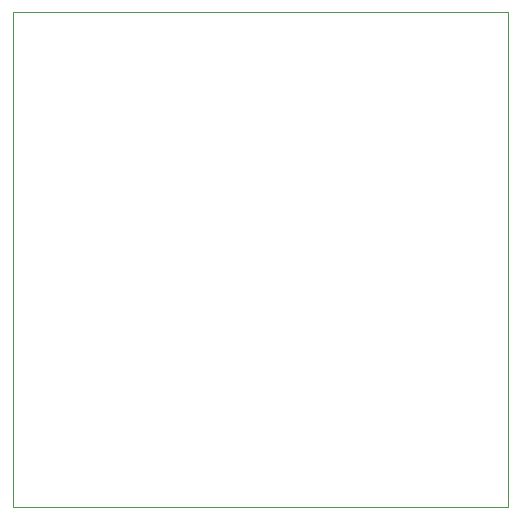
<source format=gm1>
G04 #@! TF.GenerationSoftware,KiCad,Pcbnew,(5.1.0-9-gc61ec8ee3)*
G04 #@! TF.CreationDate,2019-03-28T20:20:23-04:00*
G04 #@! TF.ProjectId,MPG_PSoC,4d50475f-5053-46f4-932e-6b696361645f,rev?*
G04 #@! TF.SameCoordinates,Original*
G04 #@! TF.FileFunction,Profile,NP*
%FSLAX46Y46*%
G04 Gerber Fmt 4.6, Leading zero omitted, Abs format (unit mm)*
G04 Created by KiCad (PCBNEW (5.1.0-9-gc61ec8ee3)) date 2019-03-28 20:20:23*
%MOMM*%
%LPD*%
G04 APERTURE LIST*
%ADD10C,0.050000*%
G04 APERTURE END LIST*
D10*
X127000000Y-106680000D02*
X168910000Y-106680000D01*
X127000000Y-64770000D02*
X127000000Y-106680000D01*
X168910000Y-64770000D02*
X127000000Y-64770000D01*
X168910000Y-106680000D02*
X168910000Y-64770000D01*
M02*

</source>
